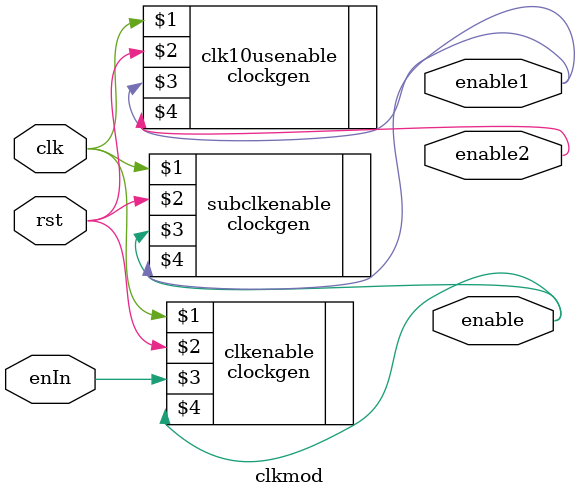
<source format=v>
module clkmod(clk,rst,enIn,enable,enable1,enable2);

input clk;
input rst;
input enIn;
output enable;
output enable1;
output enable2;
wire clk;
wire rst;

clockgen #(.WIDTH(3),.COUNT(4)) clkenable (clk,rst,enIn,enable); 
clockgen #(.WIDTH(4),.COUNT(12)) subclkenable (clk,rst,enable,enable1);
clockgen #(.WIDTH(4),.COUNT(10)) clk10usenable (clk,rst,enable1,enable2);

endmodule

</source>
